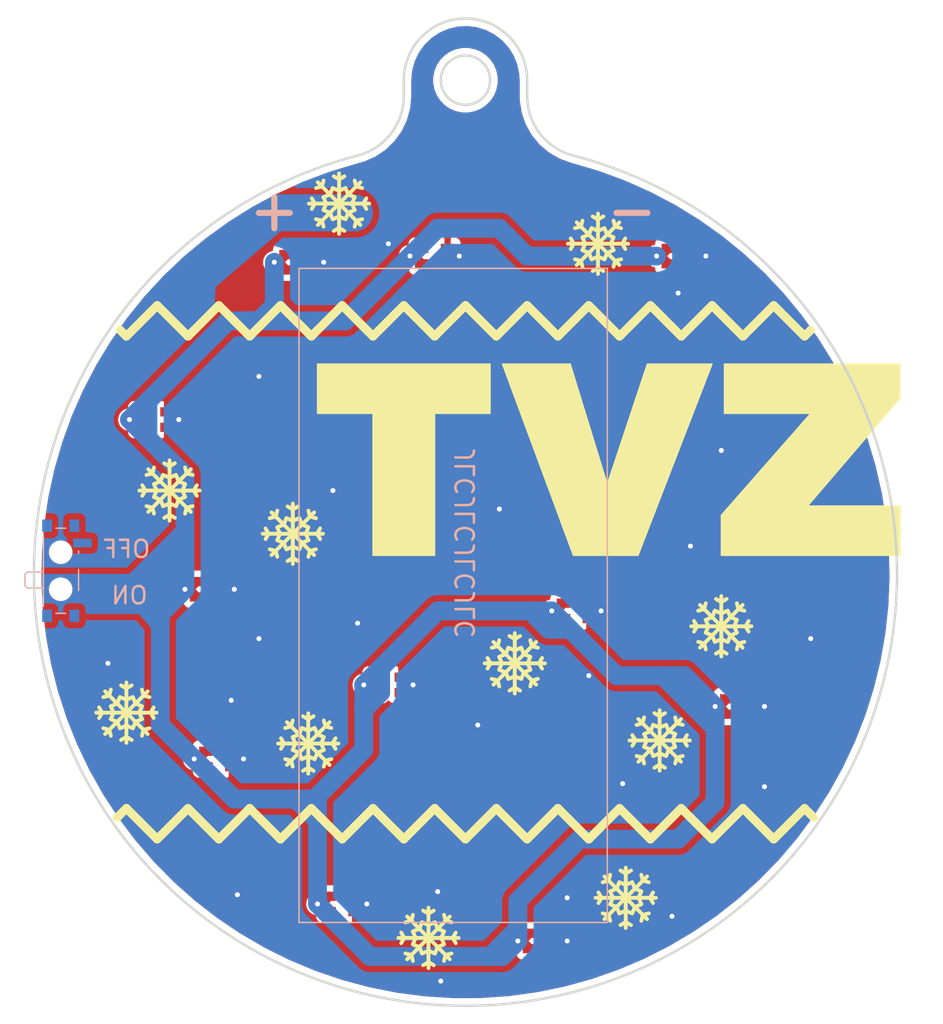
<source format=kicad_pcb>
(kicad_pcb (version 20171130) (host pcbnew "(5.1.10)-1")
  (layers (0 F.Cu signal) (31 B.Cu signal) (34 B.Paste user) (35 F.Paste user) (36 B.SilkS user) (37 F.SilkS user) (38 B.Mask user) (39 F.Mask user) (44 Edge.Cuts user))
  (net 0 "")
  (net 1 "Net-(D1-Pad1)")
  (net 2 "Net-(SW1-Pad3)")
  (net 3 VCC)
  (net 4 GND)
  (module TVZ_kuglica:ukras1 (layer F.Cu) (at 150 126.25)
    (fp_text reference G*** hide)
    (fp_text value LOGO hide)
  )
  (module TVZ_kuglica:ukras1 (layer F.Cu) (at 134 129.5)
    (fp_text reference G*** hide)
    (fp_text value LOGO hide)
  )
  (module TVZ_kuglica:ukras1 (layer F.Cu) (at 147.75 73.25)
    (fp_text reference G*** hide)
    (fp_text value LOGO hide)
  )
  (module TVZ_kuglica:ukras3 (layer F.Cu) (at 137 68.75)
    (fp_text reference G*** hide)
    (fp_text value LOGO hide)
  )
  (module TVZ_kuglica:ukras1 (layer F.Cu) (at 152.75 113.5)
    (fp_text reference G*** hide)
    (fp_text value LOGO hide)
  )
  (module TVZ_kuglica:ukras1 (layer F.Cu) (at 157.75 104.25)
    (fp_text reference G*** hide)
    (fp_text value LOGO hide)
  )
  (module TVZ_kuglica:ukras1 (layer F.Cu) (at 141 107.25)
    (fp_text reference G*** hide)
    (fp_text value LOGO hide)
  )
  (module TVZ_kuglica:ukras1 (layer F.Cu) (at 124.25 113.75)
    (fp_text reference G*** hide)
    (fp_text value LOGO hide)
  )
  (module TVZ_kuglica:ukras1 (layer F.Cu) (at 109.5 111.25)
    (fp_text reference G*** hide)
    (fp_text value LOGO hide)
  )
  (module TVZ_kuglica:ukras1 (layer F.Cu) (at 123 96.75)
    (fp_text reference G*** hide)
    (fp_text value LOGO hide)
  )
  (module TVZ_kuglica:ukras1 (layer F.Cu) (at 113 93.25)
    (fp_text reference G*** hide)
    (fp_text value LOGO hide)
  )
  (module TVZ_kuglica:ukras1 (layer F.Cu) (at 126.75 70)
    (fp_text reference G*** hide)
    (fp_text value LOGO hide)
  )
  (module TVZ_kuglica:BAT-2xAAA-horizontalni_padovi (layer B.Cu) (at 136.5 101.75)
    (fp_text reference BT1 hide)
    (fp_text value 2xAAA)
    (pad 1 smd oval (at -10 -31 90) (size 3 6) (layers B.Cu B.Paste B.Mask) (net 3 VCC))
    (pad 2 smd oval (at 9 -31 270) (size 3 6) (layers B.Cu B.Paste B.Mask) (net 4 GND))
  )
  (module Button_Switch_SMD:SW_SPDT_PCM12 (layer B.Cu) (at 104.5 99.75 90)
    (fp_text reference SW1 hide)
    (fp_text value SW_SPDT)
    (pad "" np_thru_hole circle (at -1.5 -0.33 90) (size 0.9 0.9) (drill 0.9) (layers *.Cu *.Mask))
    (pad "" np_thru_hole circle (at 1.5 -0.33 90) (size 0.9 0.9) (drill 0.9) (layers *.Cu *.Mask))
    (pad 1 smd rect (at -2.25 1.43 90) (size 0.7 1.5) (layers B.Cu B.Paste B.Mask) (net 1 "Net-(D1-Pad1)"))
    (pad 2 smd rect (at 0.75 1.43 90) (size 0.7 1.5) (layers B.Cu B.Paste B.Mask) (net 3 VCC))
    (pad 3 smd rect (at 2.25 1.43 90) (size 0.7 1.5) (layers B.Cu B.Paste B.Mask) (net 2 "Net-(SW1-Pad3)"))
    (pad "" smd rect (at -3.65 -1.43 90) (size 1 0.8) (layers B.Cu B.Paste B.Mask))
    (pad "" smd rect (at 3.65 -1.43 90) (size 1 0.8) (layers B.Cu B.Paste B.Mask))
    (pad "" smd rect (at 3.65 0.78 90) (size 1 0.8) (layers B.Cu B.Paste B.Mask))
    (pad "" smd rect (at -3.65 0.78 90) (size 1 0.8) (layers B.Cu B.Paste B.Mask))
  )
  (module TVZ_kuglica:LED-0807 (layer F.Cu) (at 111.75 87.5)
    (fp_text reference D1 hide)
    (fp_text value RGB)
    (pad 1 smd rect (at -1.05 -0.625) (size 1.1 0.75) (layers F.Cu F.Paste F.Mask) (net 1 "Net-(D1-Pad1)"))
    (pad 2 smd rect (at 1.05 -0.625) (size 1.1 0.75) (layers F.Cu F.Paste F.Mask) (net 4 GND))
    (pad 1 smd rect (at -1.05 0.625) (size 1.1 0.75) (layers F.Cu F.Paste F.Mask) (net 1 "Net-(D1-Pad1)"))
    (pad 2 smd rect (at 1.05 0.625) (size 1.1 0.75) (layers F.Cu F.Paste F.Mask) (net 4 GND))
  )
  (module TVZ_kuglica:LED-0807 (layer F.Cu) (at 123.5 74.75)
    (fp_text reference D2 hide)
    (fp_text value RGB)
    (pad 2 smd rect (at 1.05 0.625) (size 1.1 0.75) (layers F.Cu F.Paste F.Mask) (net 4 GND))
    (pad 1 smd rect (at -1.05 0.625) (size 1.1 0.75) (layers F.Cu F.Paste F.Mask) (net 1 "Net-(D1-Pad1)"))
    (pad 2 smd rect (at 1.05 -0.625) (size 1.1 0.75) (layers F.Cu F.Paste F.Mask) (net 4 GND))
    (pad 1 smd rect (at -1.05 -0.625) (size 1.1 0.75) (layers F.Cu F.Paste F.Mask) (net 1 "Net-(D1-Pad1)"))
  )
  (module TVZ_kuglica:LED-0807 (layer F.Cu) (at 154.5 74.25)
    (fp_text reference D3 hide)
    (fp_text value RGB)
    (pad 1 smd rect (at -1.05 -0.625) (size 1.1 0.75) (layers F.Cu F.Paste F.Mask) (net 1 "Net-(D1-Pad1)"))
    (pad 2 smd rect (at 1.05 -0.625) (size 1.1 0.75) (layers F.Cu F.Paste F.Mask) (net 4 GND))
    (pad 1 smd rect (at -1.05 0.625) (size 1.1 0.75) (layers F.Cu F.Paste F.Mask) (net 1 "Net-(D1-Pad1)"))
    (pad 2 smd rect (at 1.05 0.625) (size 1.1 0.75) (layers F.Cu F.Paste F.Mask) (net 4 GND))
  )
  (module TVZ_kuglica:LED-0807 (layer F.Cu) (at 130.75 109)
    (fp_text reference D4 hide)
    (fp_text value RGB)
    (pad 2 smd rect (at 1.05 0.625) (size 1.1 0.75) (layers F.Cu F.Paste F.Mask) (net 4 GND))
    (pad 1 smd rect (at -1.05 0.625) (size 1.1 0.75) (layers F.Cu F.Paste F.Mask) (net 1 "Net-(D1-Pad1)"))
    (pad 2 smd rect (at 1.05 -0.625) (size 1.1 0.75) (layers F.Cu F.Paste F.Mask) (net 4 GND))
    (pad 1 smd rect (at -1.05 -0.625) (size 1.1 0.75) (layers F.Cu F.Paste F.Mask) (net 1 "Net-(D1-Pad1)"))
  )
  (module TVZ_kuglica:LED-0807 (layer F.Cu) (at 117 115)
    (fp_text reference D5 hide)
    (fp_text value RGB)
    (pad 1 smd rect (at -1.05 -0.625) (size 1.1 0.75) (layers F.Cu F.Paste F.Mask) (net 1 "Net-(D1-Pad1)"))
    (pad 2 smd rect (at 1.05 -0.625) (size 1.1 0.75) (layers F.Cu F.Paste F.Mask) (net 4 GND))
    (pad 1 smd rect (at -1.05 0.625) (size 1.1 0.75) (layers F.Cu F.Paste F.Mask) (net 1 "Net-(D1-Pad1)"))
    (pad 2 smd rect (at 1.05 0.625) (size 1.1 0.75) (layers F.Cu F.Paste F.Mask) (net 4 GND))
  )
  (module TVZ_kuglica:LED-0807 (layer F.Cu) (at 116.25 101.25)
    (fp_text reference D6 hide)
    (fp_text value RGB)
    (pad 2 smd rect (at 1.05 0.625) (size 1.1 0.75) (layers F.Cu F.Paste F.Mask) (net 4 GND))
    (pad 1 smd rect (at -1.05 0.625) (size 1.1 0.75) (layers F.Cu F.Paste F.Mask) (net 1 "Net-(D1-Pad1)"))
    (pad 2 smd rect (at 1.05 -0.625) (size 1.1 0.75) (layers F.Cu F.Paste F.Mask) (net 4 GND))
    (pad 1 smd rect (at -1.05 -0.625) (size 1.1 0.75) (layers F.Cu F.Paste F.Mask) (net 1 "Net-(D1-Pad1)"))
  )
  (module TVZ_kuglica:LED-0807 (layer F.Cu) (at 143.25 129.75)
    (fp_text reference D7 hide)
    (fp_text value RGB)
    (pad 1 smd rect (at -1.05 -0.625) (size 1.1 0.75) (layers F.Cu F.Paste F.Mask) (net 1 "Net-(D1-Pad1)"))
    (pad 2 smd rect (at 1.05 -0.625) (size 1.1 0.75) (layers F.Cu F.Paste F.Mask) (net 4 GND))
    (pad 1 smd rect (at -1.05 0.625) (size 1.1 0.75) (layers F.Cu F.Paste F.Mask) (net 1 "Net-(D1-Pad1)"))
    (pad 2 smd rect (at 1.05 0.625) (size 1.1 0.75) (layers F.Cu F.Paste F.Mask) (net 4 GND))
  )
  (module TVZ_kuglica:LED-0807 (layer F.Cu) (at 159.25 110.75)
    (fp_text reference D8 hide)
    (fp_text value RGB)
    (pad 2 smd rect (at 1.05 0.625) (size 1.1 0.75) (layers F.Cu F.Paste F.Mask) (net 4 GND))
    (pad 1 smd rect (at -1.05 0.625) (size 1.1 0.75) (layers F.Cu F.Paste F.Mask) (net 1 "Net-(D1-Pad1)"))
    (pad 2 smd rect (at 1.05 -0.625) (size 1.1 0.75) (layers F.Cu F.Paste F.Mask) (net 4 GND))
    (pad 1 smd rect (at -1.05 -0.625) (size 1.1 0.75) (layers F.Cu F.Paste F.Mask) (net 1 "Net-(D1-Pad1)"))
  )
  (module TVZ_kuglica:LED-0807 (layer F.Cu) (at 134.5 74.25)
    (fp_text reference D9 hide)
    (fp_text value RGB)
    (pad 1 smd rect (at -1.05 -0.625) (size 1.1 0.75) (layers F.Cu F.Paste F.Mask) (net 1 "Net-(D1-Pad1)"))
    (pad 2 smd rect (at 1.05 -0.625) (size 1.1 0.75) (layers F.Cu F.Paste F.Mask) (net 4 GND))
    (pad 1 smd rect (at -1.05 0.625) (size 1.1 0.75) (layers F.Cu F.Paste F.Mask) (net 1 "Net-(D1-Pad1)"))
    (pad 2 smd rect (at 1.05 0.625) (size 1.1 0.75) (layers F.Cu F.Paste F.Mask) (net 4 GND))
  )
  (module TVZ_kuglica:LED-0807 (layer F.Cu) (at 146 103)
    (fp_text reference D10 hide)
    (fp_text value RGB)
    (pad 2 smd rect (at 1.05 0.625) (size 1.1 0.75) (layers F.Cu F.Paste F.Mask) (net 4 GND))
    (pad 1 smd rect (at -1.05 0.625) (size 1.1 0.75) (layers F.Cu F.Paste F.Mask) (net 1 "Net-(D1-Pad1)"))
    (pad 2 smd rect (at 1.05 -0.625) (size 1.1 0.75) (layers F.Cu F.Paste F.Mask) (net 4 GND))
    (pad 1 smd rect (at -1.05 -0.625) (size 1.1 0.75) (layers F.Cu F.Paste F.Mask) (net 1 "Net-(D1-Pad1)"))
  )
  (module TVZ_kuglica:LED-0807 (layer F.Cu) (at 127 126.75)
    (fp_text reference D11 hide)
    (fp_text value RGB)
    (pad 1 smd rect (at -1.05 -0.625) (size 1.1 0.75) (layers F.Cu F.Paste F.Mask) (net 1 "Net-(D1-Pad1)"))
    (pad 2 smd rect (at 1.05 -0.625) (size 1.1 0.75) (layers F.Cu F.Paste F.Mask) (net 4 GND))
    (pad 1 smd rect (at -1.05 0.625) (size 1.1 0.75) (layers F.Cu F.Paste F.Mask) (net 1 "Net-(D1-Pad1)"))
    (pad 2 smd rect (at 1.05 0.625) (size 1.1 0.75) (layers F.Cu F.Paste F.Mask) (net 4 GND))
  )
  (gr_line (start 157 121.5) (end 154.5 119) (layer F.SilkS) (width 0.7))
  (gr_line (start 122 121.5) (end 119.5 119) (layer F.SilkS) (width 0.7))
  (gr_line (start 117 121.5) (end 114.5 119) (layer F.SilkS) (width 0.7))
  (gr_line (start 129.5 119) (end 127 121.5) (layer F.SilkS) (width 0.7))
  (gr_line (start 137 121.5) (end 134.5 119) (layer F.SilkS) (width 0.7))
  (gr_line (start 112 121.5) (end 109.5 119) (layer F.SilkS) (width 0.7))
  (gr_line (start 139.5 119) (end 137 121.5) (layer F.SilkS) (width 0.7))
  (gr_line (start 134.5 119) (end 132 121.5) (layer F.SilkS) (width 0.7))
  (gr_line (start 152 121.5) (end 149.5 119) (layer F.SilkS) (width 0.7))
  (gr_line (start 109.5 119) (end 108.75 119.75) (layer F.SilkS) (width 0.7))
  (gr_line (start 147 121.5) (end 144.5 119) (layer F.SilkS) (width 0.7))
  (gr_line (start 154.5 119) (end 152 121.5) (layer F.SilkS) (width 0.7))
  (gr_line (start 165.25 119.75) (end 164.5 119) (layer F.SilkS) (width 0.7))
  (gr_line (start 127 121.5) (end 124.5 119) (layer F.SilkS) (width 0.7))
  (gr_line (start 162 121.5) (end 159.5 119) (layer F.SilkS) (width 0.7))
  (gr_line (start 114.5 119) (end 112 121.5) (layer F.SilkS) (width 0.7))
  (gr_line (start 159.5 119) (end 157 121.5) (layer F.SilkS) (width 0.7))
  (gr_line (start 149.5 119) (end 147 121.5) (layer F.SilkS) (width 0.7))
  (gr_line (start 119.5 119) (end 117 121.5) (layer F.SilkS) (width 0.7))
  (gr_line (start 142 121.5) (end 139.5 119) (layer F.SilkS) (width 0.7))
  (gr_line (start 124.5 119) (end 122 121.5) (layer F.SilkS) (width 0.7))
  (gr_line (start 144.5 119) (end 142 121.5) (layer F.SilkS) (width 0.7))
  (gr_line (start 132 121.5) (end 129.5 119) (layer F.SilkS) (width 0.7))
  (gr_line (start 164.5 119) (end 162 121.5) (layer F.SilkS) (width 0.7))
  (gr_line (start 165 80.25) (end 164.5 80.75) (layer F.SilkS) (width 0.7))
  (gr_line (start 154.5 80.75) (end 152 78.25) (layer F.SilkS) (width 0.7))
  (gr_line (start 119.5 80.75) (end 117 78.25) (layer F.SilkS) (width 0.7))
  (gr_line (start 114.5 80.75) (end 112 78.25) (layer F.SilkS) (width 0.7))
  (gr_line (start 127 78.25) (end 124.5 80.75) (layer F.SilkS) (width 0.7))
  (gr_line (start 134.5 80.75) (end 132 78.25) (layer F.SilkS) (width 0.7))
  (gr_line (start 109.5 80.75) (end 109 80.25) (layer F.SilkS) (width 0.7))
  (gr_line (start 137 78.25) (end 134.5 80.75) (layer F.SilkS) (width 0.7))
  (gr_line (start 132 78.25) (end 129.5 80.75) (layer F.SilkS) (width 0.7))
  (gr_line (start 149.5 80.75) (end 147 78.25) (layer F.SilkS) (width 0.7))
  (gr_line (start 144.5 80.75) (end 142 78.25) (layer F.SilkS) (width 0.7))
  (gr_line (start 152 78.25) (end 149.5 80.75) (layer F.SilkS) (width 0.7))
  (gr_line (start 164.5 80.75) (end 162 78.25) (layer F.SilkS) (width 0.7))
  (gr_line (start 124.5 80.75) (end 122 78.25) (layer F.SilkS) (width 0.7))
  (gr_line (start 159.5 80.75) (end 157 78.25) (layer F.SilkS) (width 0.7))
  (gr_line (start 112 78.25) (end 109.5 80.75) (layer F.SilkS) (width 0.7))
  (gr_line (start 157 78.25) (end 154.5 80.75) (layer F.SilkS) (width 0.7))
  (gr_line (start 147 78.25) (end 144.5 80.75) (layer F.SilkS) (width 0.7))
  (gr_line (start 117 78.25) (end 114.5 80.75) (layer F.SilkS) (width 0.7))
  (gr_line (start 139.5 80.75) (end 137 78.25) (layer F.SilkS) (width 0.7))
  (gr_line (start 122 78.25) (end 119.5 80.75) (layer F.SilkS) (width 0.7))
  (gr_line (start 142 78.25) (end 139.5 80.75) (layer F.SilkS) (width 0.7))
  (gr_line (start 129.5 80.75) (end 127 78.25) (layer F.SilkS) (width 0.7))
  (gr_line (start 162 78.25) (end 159.5 80.75) (layer F.SilkS) (width 0.7))
  (gr_poly (pts (xy 172.25 85.75) (xy 164.75 94.5) (xy 172.25 94.5) (xy 172.25 98.5) (xy 157.75 98.5) (xy 157.75 95.25) (xy 165 87) (xy 158 87) (xy 158 83) (xy 172.25 83)) (layer F.SilkS) (width 0.1))
  (gr_poly (pts (xy 148.5 92.75) (xy 151.75 83) (xy 157 83) (xy 151 98.5) (xy 145.75 98.5) (xy 140 83) (xy 145.5 83)) (layer F.SilkS) (width 0.1))
  (gr_poly (pts (xy 139 87) (xy 134.5 87) (xy 134.5 98.5) (xy 129.5 98.5) (xy 129.5 87) (xy 125 87) (xy 125 83) (xy 139 83)) (layer F.SilkS) (width 0.1))
  (gr_line (start 132 61.270167) (end 132 60) (layer Edge.Cuts) (width 0.2))
  (gr_arc (start 147 61.270167) (end 142 61.270167) (angle -75.52248781) (layer Edge.Cuts) (width 0.2))
  (gr_arc (start 137 60) (end 142 60) (angle -180) (layer Edge.Cuts) (width 0.2))
  (gr_arc (start 137 100) (end 128.249999 66.111396) (angle -331.0449756) (layer Edge.Cuts) (width 0.2))
  (gr_arc (start 126.999999 61.270167) (end 128.249999 66.111396) (angle -75.52248781) (layer Edge.Cuts) (width 0.2))
  (gr_line (start 142 60) (end 142 61.270167) (layer Edge.Cuts) (width 0.2))
  (gr_text ON (at 109.75 101.75) (layer B.SilkS) (effects (font (size 1.4 1.4) (thickness 0.2)) (justify mirror)))
  (gr_text OFF (at 109.5 98) (layer B.SilkS) (effects (font (size 1.4 1.4) (thickness 0.2)) (justify mirror)))
  (gr_text JLCJLCJLCJLC (at 137 97.5 90) (layer B.SilkS) (effects (font (size 1.5 1.5) (thickness 0.2)) (justify mirror)))
  (gr_circle (center 137 60) (end 139 60) (layer Edge.Cuts) (width 0.2))
  (via (at 144 103) (size 0.8) (drill 0.4) (layers F.Cu B.Cu) (net 1))
  (via (at 157.25 110.75) (size 0.8) (drill 0.4) (layers F.Cu B.Cu) (net 1))
  (via (at 141.25 129.75) (size 0.8) (drill 0.4) (layers F.Cu B.Cu) (net 1))
  (via (at 109.75 87.5) (size 0.8) (drill 0.4) (layers F.Cu B.Cu) (net 1))
  (via (at 121.5 74.75) (size 0.8) (drill 0.4) (layers F.Cu B.Cu) (net 1))
  (via (at 132.5 74.25) (size 0.8) (drill 0.4) (layers F.Cu B.Cu) (net 1))
  (via (at 152.5 74.25) (size 0.8) (drill 0.4) (layers F.Cu B.Cu) (net 1))
  (via (at 128.75 109) (size 0.8) (drill 0.4) (layers F.Cu B.Cu) (net 1))
  (via (at 114.25 101.25) (size 0.8) (drill 0.4) (layers F.Cu B.Cu) (net 1))
  (via (at 115 115) (size 0.8) (drill 0.4) (layers F.Cu B.Cu) (net 1))
  (segment (start 115.325 115) (end 115.95 114.375) (width 0.762) (layer F.Cu) (net 1))
  (segment (start 115.325 115) (end 115.95 115.625) (width 0.762) (layer F.Cu) (net 1))
  (segment (start 115 115) (end 115.325 115) (width 0.762) (layer F.Cu) (net 1))
  (segment (start 114.575 101.25) (end 115.2 100.625) (width 0.762) (layer F.Cu) (net 1))
  (segment (start 114.575 101.25) (end 115.2 101.875) (width 0.762) (layer F.Cu) (net 1))
  (segment (start 114.25 101.25) (end 114.575 101.25) (width 0.762) (layer F.Cu) (net 1))
  (segment (start 129.075 109) (end 129.7 109.625) (width 0.762) (layer F.Cu) (net 1))
  (segment (start 129.075 109) (end 129.7 108.375) (width 0.762) (layer F.Cu) (net 1))
  (segment (start 128.75 109) (end 129.075 109) (width 0.762) (layer F.Cu) (net 1))
  (segment (start 152.825 74.25) (end 153.45 74.875) (width 0.762) (layer F.Cu) (net 1))
  (segment (start 152.825 74.25) (end 153.45 73.625) (width 0.762) (layer F.Cu) (net 1))
  (segment (start 157.575 110.75) (end 158.2 110.125) (width 0.762) (layer F.Cu) (net 1))
  (segment (start 157.575 110.75) (end 158.2 111.375) (width 0.762) (layer F.Cu) (net 1))
  (segment (start 157.25 110.75) (end 157.575 110.75) (width 0.762) (layer F.Cu) (net 1))
  (segment (start 144.325 103) (end 144.95 102.375) (width 0.762) (layer F.Cu) (net 1))
  (segment (start 144.325 103) (end 144.95 103.625) (width 0.762) (layer F.Cu) (net 1))
  (segment (start 144 103) (end 144.325 103) (width 0.762) (layer F.Cu) (net 1))
  (segment (start 110.075 87.5) (end 110.7 86.875) (width 0.762) (layer F.Cu) (net 1))
  (segment (start 110.075 87.5) (end 110.7 88.125) (width 0.762) (layer F.Cu) (net 1))
  (segment (start 109.75 87.5) (end 110.075 87.5) (width 0.762) (layer F.Cu) (net 1))
  (segment (start 121.825 74.75) (end 122.45 74.125) (width 0.762) (layer F.Cu) (net 1))
  (segment (start 121.825 74.75) (end 122.45 75.375) (width 0.762) (layer F.Cu) (net 1))
  (segment (start 121.5 74.75) (end 121.825 74.75) (width 0.762) (layer F.Cu) (net 1))
  (segment (start 132.825 74.25) (end 133.45 73.625) (width 0.762) (layer F.Cu) (net 1))
  (segment (start 132.825 74.25) (end 133.45 74.875) (width 0.762) (layer F.Cu) (net 1))
  (segment (start 141.575 129.75) (end 142.2 130.375) (width 0.762) (layer F.Cu) (net 1))
  (segment (start 141.575 129.75) (end 142.2 129.125) (width 0.762) (layer F.Cu) (net 1))
  (segment (start 141.25 129.75) (end 141.575 129.75) (width 0.762) (layer F.Cu) (net 1))
  (segment (start 115 115) (end 112.25 112.25) (width 1.524) (layer B.Cu) (net 1))
  (segment (start 112.25 112.25) (end 112.25 103.25) (width 1.524) (layer B.Cu) (net 1))
  (segment (start 112.25 103.25) (end 114.25 101.25) (width 1.524) (layer B.Cu) (net 1))
  (segment (start 114.25 95.25) (end 114.25 92) (width 1.524) (layer B.Cu) (net 1))
  (segment (start 111.25 86) (end 111.375 85.875) (width 1.524) (layer B.Cu) (net 1))
  (segment (start 111.375 85.875) (end 116.75 80.5) (width 1.524) (layer B.Cu) (net 1))
  (segment (start 109.75 87.5) (end 111.375 85.875) (width 1.524) (layer B.Cu) (net 1))
  (segment (start 111.25 89) (end 111.25 86) (width 1.524) (layer B.Cu) (net 1))
  (segment (start 114.25 92) (end 111.25 89) (width 1.524) (layer B.Cu) (net 1))
  (segment (start 111.25 89) (end 109.75 87.5) (width 1.524) (layer B.Cu) (net 1))
  (segment (start 145.5 104.5) (end 143.75 104.5) (width 1.524) (layer B.Cu) (net 1))
  (segment (start 142.25 103) (end 134.75 103) (width 1.524) (layer B.Cu) (net 1))
  (segment (start 143.75 104.5) (end 142.25 103) (width 1.524) (layer B.Cu) (net 1))
  (segment (start 144 103) (end 142.25 103) (width 1.524) (layer B.Cu) (net 1))
  (segment (start 145.5 104.5) (end 144 103) (width 1.524) (layer B.Cu) (net 1))
  (segment (start 128.75 114.25) (end 124.75 118.25) (width 1.524) (layer B.Cu) (net 1))
  (segment (start 118.25 118.25) (end 115 115) (width 1.524) (layer B.Cu) (net 1))
  (segment (start 130.125 109.625) (end 128.75 111) (width 1.524) (layer B.Cu) (net 1))
  (segment (start 128.75 111) (end 128.75 114.25) (width 1.524) (layer B.Cu) (net 1))
  (segment (start 128.75 109) (end 128.75 111) (width 1.524) (layer B.Cu) (net 1))
  (segment (start 134.75 103) (end 130.125 107.625) (width 1.524) (layer B.Cu) (net 1))
  (segment (start 130.125 107.625) (end 130.125 109.625) (width 1.524) (layer B.Cu) (net 1))
  (segment (start 130.125 107.625) (end 128.75 109) (width 1.524) (layer B.Cu) (net 1))
  (segment (start 134.75 72) (end 132.5 74.25) (width 1.524) (layer B.Cu) (net 1))
  (segment (start 139.75 72) (end 134.75 72) (width 1.524) (layer B.Cu) (net 1))
  (segment (start 142 74.25) (end 139.75 72) (width 1.524) (layer B.Cu) (net 1))
  (segment (start 152.5 74.25) (end 142 74.25) (width 1.524) (layer B.Cu) (net 1))
  (segment (start 117.75 79.5) (end 116.75 80.5) (width 1.524) (layer B.Cu) (net 1))
  (segment (start 127.25 79.5) (end 132.5 74.25) (width 1.524) (layer B.Cu) (net 1))
  (segment (start 119.5 79.5) (end 119 79.5) (width 1.524) (layer B.Cu) (net 1))
  (segment (start 117.75 79.5) (end 119.5 79.5) (width 1.524) (layer B.Cu) (net 1))
  (segment (start 141.25 126.5) (end 146.25 121.5) (width 1.524) (layer B.Cu) (net 1))
  (segment (start 146.25 121.5) (end 154.25 121.5) (width 1.524) (layer B.Cu) (net 1))
  (segment (start 154.25 121.5) (end 157.25 118.5) (width 1.524) (layer B.Cu) (net 1))
  (segment (start 157.25 112.5) (end 157.25 110.75) (width 1.524) (layer B.Cu) (net 1))
  (segment (start 157.25 118.5) (end 157.25 112.5) (width 1.524) (layer B.Cu) (net 1))
  (segment (start 157.25 110.75) (end 154.75 108.25) (width 1.524) (layer B.Cu) (net 1))
  (segment (start 149.25 108.25) (end 147.75 106.75) (width 1.524) (layer B.Cu) (net 1))
  (segment (start 147.75 106.75) (end 145.5 104.5) (width 1.524) (layer B.Cu) (net 1))
  (segment (start 157.25 112.5) (end 153 108.25) (width 1.524) (layer B.Cu) (net 1))
  (segment (start 153 108.25) (end 149.25 108.25) (width 1.524) (layer B.Cu) (net 1))
  (segment (start 154.75 108.25) (end 153 108.25) (width 1.524) (layer B.Cu) (net 1))
  (segment (start 112.25 101.25) (end 114.25 99.25) (width 1.524) (layer B.Cu) (net 1))
  (segment (start 112.25 103.25) (end 112.25 101.25) (width 1.524) (layer B.Cu) (net 1))
  (segment (start 114.25 99.25) (end 114.25 95.25) (width 1.524) (layer B.Cu) (net 1))
  (segment (start 114.25 101.25) (end 114.25 99.25) (width 1.524) (layer B.Cu) (net 1))
  (via (at 125 126.75) (size 0.8) (drill 0.4) (layers F.Cu B.Cu) (net 1))
  (segment (start 125.325 126.75) (end 125.95 126.125) (width 0.762) (layer F.Cu) (net 1))
  (segment (start 125.325 126.75) (end 125.95 127.375) (width 0.762) (layer F.Cu) (net 1))
  (segment (start 125 126.75) (end 125.325 126.75) (width 0.762) (layer F.Cu) (net 1))
  (segment (start 125 118.5) (end 124.75 118.25) (width 1.524) (layer B.Cu) (net 1))
  (segment (start 123.25 118.25) (end 125 120) (width 1.524) (layer B.Cu) (net 1))
  (segment (start 125 120) (end 125 118.5) (width 1.524) (layer B.Cu) (net 1))
  (segment (start 124.75 118.25) (end 123.25 118.25) (width 1.524) (layer B.Cu) (net 1))
  (segment (start 125 126.75) (end 125 120) (width 1.524) (layer B.Cu) (net 1))
  (segment (start 123.25 118.25) (end 118.25 118.25) (width 1.524) (layer B.Cu) (net 1))
  (segment (start 141.25 129.75) (end 140 131) (width 1.524) (layer B.Cu) (net 1))
  (segment (start 129.25 131) (end 125 126.75) (width 1.524) (layer B.Cu) (net 1))
  (segment (start 138.75 131) (end 139 131) (width 1.524) (layer B.Cu) (net 1))
  (segment (start 139 131) (end 141.25 128.75) (width 1.524) (layer B.Cu) (net 1))
  (segment (start 141.25 128.75) (end 141.25 126.5) (width 1.524) (layer B.Cu) (net 1))
  (segment (start 141.25 129.75) (end 141.25 128.75) (width 1.524) (layer B.Cu) (net 1))
  (segment (start 140 131) (end 138.75 131) (width 1.524) (layer B.Cu) (net 1))
  (segment (start 138.75 131) (end 129.25 131) (width 1.524) (layer B.Cu) (net 1))
  (segment (start 121.5 79.25) (end 121.75 79.5) (width 1.524) (layer B.Cu) (net 1))
  (segment (start 119.5 79.5) (end 121.75 79.5) (width 1.524) (layer B.Cu) (net 1))
  (segment (start 119.5 79.5) (end 120.25 79.5) (width 1.524) (layer B.Cu) (net 1))
  (segment (start 121.5 78.25) (end 121.5 79.25) (width 1.524) (layer B.Cu) (net 1))
  (segment (start 120.25 79.5) (end 121.5 78.25) (width 1.524) (layer B.Cu) (net 1))
  (segment (start 121.5 74.75) (end 121.5 78.25) (width 1.524) (layer B.Cu) (net 1))
  (segment (start 121.5 78.25) (end 122.75 79.5) (width 1.524) (layer B.Cu) (net 1))
  (segment (start 122.75 79.5) (end 127.25 79.5) (width 1.524) (layer B.Cu) (net 1))
  (segment (start 121.75 79.5) (end 122.75 79.5) (width 1.524) (layer B.Cu) (net 1))
  (segment (start 105.93 99) (end 108.75 99) (width 0.762) (layer B.Cu) (net 3))
  (segment (start 108.75 99) (end 109.75 98) (width 0.762) (layer B.Cu) (net 3))
  (segment (start 109.75 98) (end 109.75 94) (width 0.762) (layer B.Cu) (net 3))
  (segment (start 109.75 94) (end 107.25 91.5) (width 0.762) (layer B.Cu) (net 3))
  (segment (start 107.25 91.5) (end 107.25 86) (width 0.762) (layer B.Cu) (net 3))
  (segment (start 107.25 86) (end 113.5 79.75) (width 0.762) (layer B.Cu) (net 3))
  (segment (start 113.5 79.75) (end 113.5 77) (width 0.762) (layer B.Cu) (net 3))
  (segment (start 119.75 70.75) (end 126.5 70.75) (width 0.762) (layer B.Cu) (net 3))
  (segment (start 113.5 77) (end 119.75 70.75) (width 0.762) (layer B.Cu) (net 3))
  (via (at 118.5 126) (size 0.8) (drill 0.4) (layers F.Cu B.Cu) (net 4))
  (via (at 134.75 125.75) (size 0.8) (drill 0.4) (layers F.Cu B.Cu) (net 4))
  (via (at 135 133) (size 0.8) (drill 0.4) (layers F.Cu B.Cu) (net 4))
  (via (at 145.25 126.25) (size 0.8) (drill 0.4) (layers F.Cu B.Cu) (net 4))
  (via (at 153.75 127.75) (size 0.8) (drill 0.4) (layers F.Cu B.Cu) (net 4))
  (via (at 154.25 77.25) (size 0.8) (drill 0.4) (layers F.Cu B.Cu) (net 4))
  (via (at 130.75 73.25) (size 0.8) (drill 0.4) (layers F.Cu B.Cu) (net 4))
  (via (at 120.25 84) (size 0.8) (drill 0.4) (layers F.Cu B.Cu) (net 4))
  (via (at 126.25 93.25) (size 0.8) (drill 0.4) (layers F.Cu B.Cu) (net 4))
  (via (at 120.25 105.25) (size 0.8) (drill 0.4) (layers F.Cu B.Cu) (net 4))
  (via (at 128.25 104) (size 0.8) (drill 0.4) (layers F.Cu B.Cu) (net 4))
  (via (at 108 107.25) (size 0.8) (drill 0.4) (layers F.Cu B.Cu) (net 4))
  (via (at 118 110.25) (size 0.8) (drill 0.4) (layers F.Cu B.Cu) (net 4))
  (via (at 138 112.25) (size 0.8) (drill 0.4) (layers F.Cu B.Cu) (net 4))
  (via (at 149.75 117) (size 0.8) (drill 0.4) (layers F.Cu B.Cu) (net 4))
  (via (at 147 108.25) (size 0.8) (drill 0.4) (layers F.Cu B.Cu) (net 4))
  (via (at 165 105.25) (size 0.8) (drill 0.4) (layers F.Cu B.Cu) (net 4))
  (via (at 161.25 117.25) (size 0.8) (drill 0.4) (layers F.Cu B.Cu) (net 4))
  (via (at 155.25 97.75) (size 0.8) (drill 0.4) (layers F.Cu B.Cu) (net 4))
  (via (at 157.75 90) (size 0.8) (drill 0.4) (layers F.Cu B.Cu) (net 4))
  (via (at 139.75 94.75) (size 0.8) (drill 0.4) (layers F.Cu B.Cu) (net 4))
  (via (at 161.25 110.75) (size 0.8) (drill 0.4) (layers F.Cu B.Cu) (net 4))
  (via (at 132.75 109) (size 0.8) (drill 0.4) (layers F.Cu B.Cu) (net 4))
  (via (at 148 103) (size 0.8) (drill 0.4) (layers F.Cu B.Cu) (net 4))
  (via (at 119 115) (size 0.8) (drill 0.4) (layers F.Cu B.Cu) (net 4))
  (via (at 118.25 101.25) (size 0.8) (drill 0.4) (layers F.Cu B.Cu) (net 4))
  (via (at 145.25 129.75) (size 0.8) (drill 0.4) (layers F.Cu B.Cu) (net 4))
  (via (at 113.75 87.5) (size 0.8) (drill 0.4) (layers F.Cu B.Cu) (net 4))
  (via (at 136.5 74.25) (size 0.8) (drill 0.4) (layers F.Cu B.Cu) (net 4))
  (via (at 156.5 74.25) (size 0.8) (drill 0.4) (layers F.Cu B.Cu) (net 4))
  (via (at 125.5 74.75) (size 0.8) (drill 0.4) (layers F.Cu B.Cu) (net 4))
  (via (at 129 126.75) (size 0.8) (drill 0.4) (layers F.Cu B.Cu) (net 4))
  (zone (net 4) (net_name GND) (layer F.Cu) (connect_pads (clearance 0.508)) (min_thickness 0.254) (fill yes (arc_segments 32) (thermal_gap 0.508) (thermal_bridge_width 0.508))
    (polygon (pts (xy 175.75 53.5) (xy 175.75 136.5) (xy 99.25 136.5) (xy 99.25 53.75)))
  )
  (zone (net 4) (net_name GND) (layer B.Cu) (connect_pads yes (clearance 0.508)) (min_thickness 0.254) (fill yes (arc_segments 32) (thermal_gap 0.508) (thermal_bridge_width 0.508))
    (polygon (pts (xy 175.75 53.5) (xy 175.75 136.5) (xy 99.25 136.5) (xy 99.25 53.75)))
  )
  (zone (net 3) (net_name VCC) (layer B.Cu) (priority 1) (connect_pads yes (clearance 0.508)) (min_thickness 0.254) (fill yes (arc_segments 32) (thermal_gap 0.508) (thermal_bridge_width 0.508))
    (polygon (pts (xy 125 72.25) (xy 122 72.25) (xy 116.75 76.75) (xy 116.5 80.75) (xy 111 86.25) (xy 110.75 88.25) (xy 113.75 91.5) (xy 113.75 96) (xy 109.75 100) (xy 101.25 100) (xy 101.25 69.25) (xy 125 69.25)))
  )
  (zone (net 1) (net_name "Net-(D1-Pad1)") (layer B.Cu) (priority 2) (connect_pads yes (clearance 0.508)) (min_thickness 0.254) (fill yes (arc_segments 32) (thermal_gap 0.508) (thermal_bridge_width 0.508))
    (polygon (pts (xy 114.25 101.25) (xy 112.25 103.25) (xy 112.25 105.25) (xy 110.5 103.25) (xy 101.25 103.25) (xy 101.25 100) (xy 109.75 100) (xy 114.25 95.5)))
  )
)
</source>
